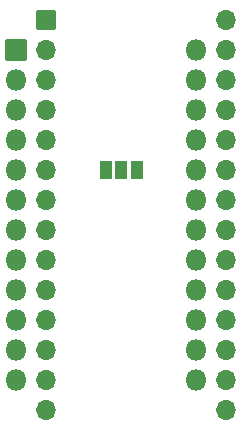
<source format=gbr>
%TF.GenerationSoftware,KiCad,Pcbnew,8.0.3*%
%TF.CreationDate,2024-06-13T03:25:15-07:00*%
%TF.ProjectId,rom adapter,726f6d20-6164-4617-9074-65722e6b6963,rev?*%
%TF.SameCoordinates,Original*%
%TF.FileFunction,Soldermask,Bot*%
%TF.FilePolarity,Negative*%
%FSLAX46Y46*%
G04 Gerber Fmt 4.6, Leading zero omitted, Abs format (unit mm)*
G04 Created by KiCad (PCBNEW 8.0.3) date 2024-06-13 03:25:15*
%MOMM*%
%LPD*%
G01*
G04 APERTURE LIST*
G04 Aperture macros list*
%AMRoundRect*
0 Rectangle with rounded corners*
0 $1 Rounding radius*
0 $2 $3 $4 $5 $6 $7 $8 $9 X,Y pos of 4 corners*
0 Add a 4 corners polygon primitive as box body*
4,1,4,$2,$3,$4,$5,$6,$7,$8,$9,$2,$3,0*
0 Add four circle primitives for the rounded corners*
1,1,$1+$1,$2,$3*
1,1,$1+$1,$4,$5*
1,1,$1+$1,$6,$7*
1,1,$1+$1,$8,$9*
0 Add four rect primitives between the rounded corners*
20,1,$1+$1,$2,$3,$4,$5,0*
20,1,$1+$1,$4,$5,$6,$7,0*
20,1,$1+$1,$6,$7,$8,$9,0*
20,1,$1+$1,$8,$9,$2,$3,0*%
G04 Aperture macros list end*
%ADD10RoundRect,0.050000X-0.800000X-0.800000X0.800000X-0.800000X0.800000X0.800000X-0.800000X0.800000X0*%
%ADD11O,1.700000X1.700000*%
%ADD12RoundRect,0.050000X0.850000X0.850000X-0.850000X0.850000X-0.850000X-0.850000X0.850000X-0.850000X0*%
%ADD13O,1.800000X1.800000*%
%ADD14RoundRect,0.050000X0.500000X0.750000X-0.500000X0.750000X-0.500000X-0.750000X0.500000X-0.750000X0*%
G04 APERTURE END LIST*
D10*
%TO.C,U1*%
X127000000Y-73660000D03*
D11*
X127000000Y-76200000D03*
X127000000Y-78740000D03*
X127000000Y-81280000D03*
X127000000Y-83820000D03*
X127000000Y-86360000D03*
X127000000Y-88900000D03*
X127000000Y-91440000D03*
X127000000Y-93980000D03*
X127000000Y-96520000D03*
X127000000Y-99060000D03*
X127000000Y-101600000D03*
X127000000Y-104140000D03*
X127000000Y-106680000D03*
X142240000Y-106680000D03*
X142240000Y-104140000D03*
X142240000Y-101600000D03*
X142240000Y-99060000D03*
X142240000Y-96520000D03*
X142240000Y-93980000D03*
X142240000Y-91440000D03*
X142240000Y-88900000D03*
X142240000Y-86360000D03*
X142240000Y-83820000D03*
X142240000Y-81280000D03*
X142240000Y-78740000D03*
X142240000Y-76200000D03*
X142240000Y-73660000D03*
%TD*%
D12*
%TO.C,U2*%
X124460000Y-76200000D03*
D13*
X124460000Y-78740000D03*
X124460000Y-81280000D03*
X124460000Y-83820000D03*
X124460000Y-86360000D03*
X124460000Y-88900000D03*
X124460000Y-91440000D03*
X124460000Y-93980000D03*
X124460000Y-96520000D03*
X124460000Y-99060000D03*
X124460000Y-101600000D03*
X124460000Y-104140000D03*
X139700000Y-104140000D03*
X139700000Y-101600000D03*
X139700000Y-99060000D03*
X139700000Y-96520000D03*
X139700000Y-93980000D03*
X139700000Y-91440000D03*
X139700000Y-88900000D03*
X139700000Y-86360000D03*
X139700000Y-83820000D03*
X139700000Y-81280000D03*
X139700000Y-78740000D03*
X139700000Y-76200000D03*
%TD*%
D14*
%TO.C,JP1*%
X134650000Y-86360000D03*
X133350000Y-86360000D03*
X132050000Y-86360000D03*
%TD*%
M02*

</source>
